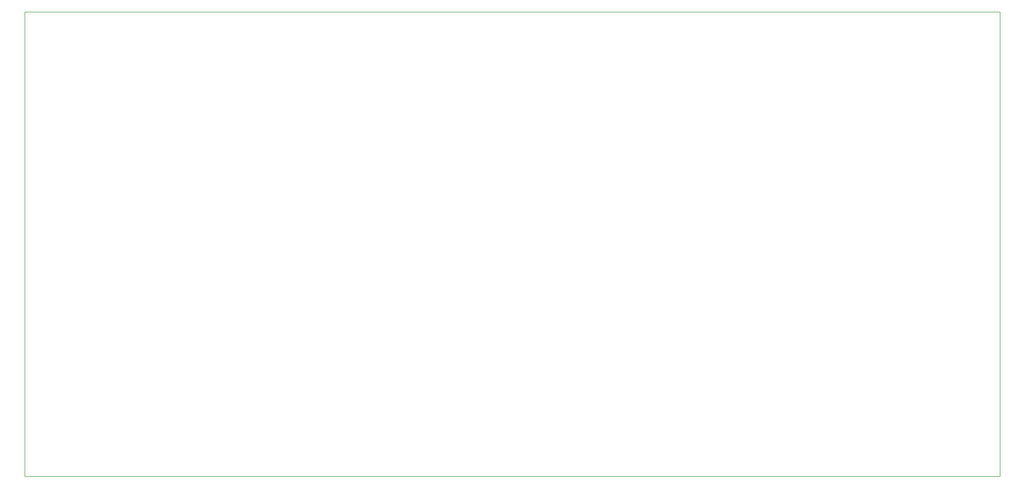
<source format=gm1>
%TF.GenerationSoftware,KiCad,Pcbnew,9.0.4-9.0.4-0~ubuntu24.04.1*%
%TF.CreationDate,2025-09-24T17:36:06+03:00*%
%TF.ProjectId,Nurse remote control,4e757273-6520-4726-956d-6f746520636f,rev?*%
%TF.SameCoordinates,Original*%
%TF.FileFunction,Profile,NP*%
%FSLAX46Y46*%
G04 Gerber Fmt 4.6, Leading zero omitted, Abs format (unit mm)*
G04 Created by KiCad (PCBNEW 9.0.4-9.0.4-0~ubuntu24.04.1) date 2025-09-24 17:36:06*
%MOMM*%
%LPD*%
G01*
G04 APERTURE LIST*
%TA.AperFunction,Profile*%
%ADD10C,0.050000*%
%TD*%
G04 APERTURE END LIST*
D10*
X69893000Y-33684000D02*
X237533000Y-33684000D01*
X237533000Y-113521000D01*
X69893000Y-113521000D01*
X69893000Y-33684000D01*
M02*

</source>
